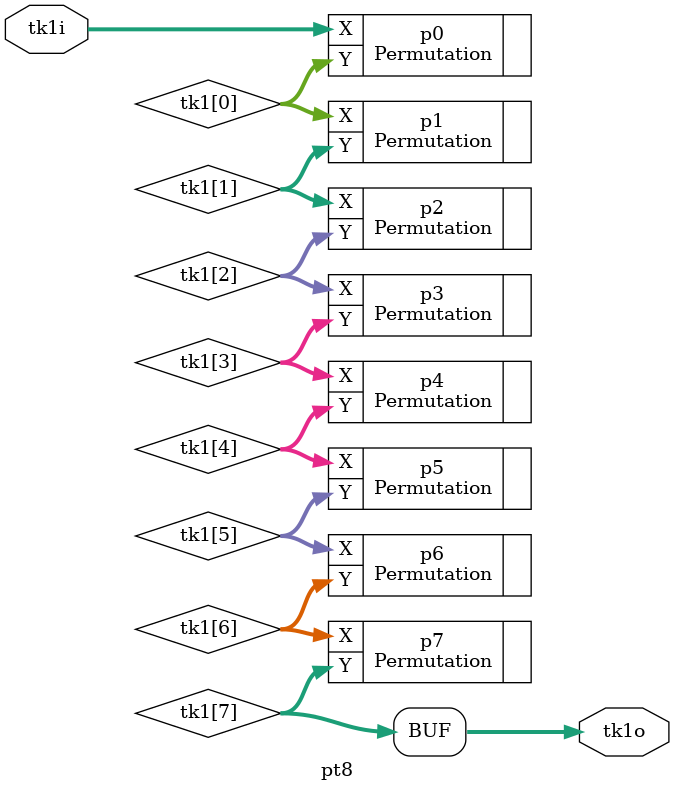
<source format=v>
module pt8 (/*AUTOARG*/
   // Outputs
   tk1o,
   // Inputs
   tk1i
   ) ;
   output [127:0] tk1o;
   input  [127:0] tk1i;

   wire [127:0]   tk1 [7:0];   

   Permutation p0 (.Y(tk1[0]),.X(tk1i));
   Permutation p1 (.Y(tk1[1]),.X(tk1[0]));
   Permutation p2 (.Y(tk1[2]),.X(tk1[1]));
   Permutation p3 (.Y(tk1[3]),.X(tk1[2]));
   Permutation p4 (.Y(tk1[4]),.X(tk1[3]));
   Permutation p5 (.Y(tk1[5]),.X(tk1[4]));
   Permutation p6 (.Y(tk1[6]),.X(tk1[5]));
   Permutation p7 (.Y(tk1[7]),.X(tk1[6]));

   assign tk1o = tk1[7];

 
   
endmodule // pt8


</source>
